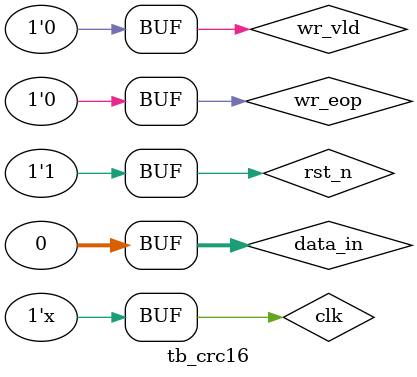
<source format=v>
`timescale 1ns / 1ps

module tb_crc16();

reg           clk;
reg           rst_n;
reg   [31:0]  data_in;
reg           wr_vld;
reg           wr_eop;
wire  [15:0]  crc_out;
wire          crc_finish;

initial
    begin
        clk = 1'b1;
        rst_n <= 1'b0;
        wr_vld <= 1'b0;
        wr_eop <= 1'b0;
        #20
        rst_n <= 1'b1;
        #40
        wr_vld <= 1'b1;
        #160
        wr_eop <= 1'b1;
        wr_vld <= 1'b0;
        #20
        wr_eop <= 1'b0;
    end

always #10 clk = ~clk;

initial 
    begin
    data_in <= 32'b0;
    #60
    data_in <= 32'b00000000001111111111101110011111;
    #20
    data_in <= 32'b01010101010101010101010101010111; 
    #20
    data_in <= 32'b01111111111111100000000000000000;
    #20
    data_in <= 32'b00000000001111111111111010101010;
    #20
    data_in <= 32'b00000011111111110101010001010101; 
    #20
    data_in <= 32'b01010101010000000011111111100000;
    #20
    data_in <= 32'b00000000001111111111101110011111;
    #20
    data_in <= 32'b01111111111111100000000000000000;
    #20
    data_in <= 32'b0;
    end
    
crc16 crc16_inst
(
    .clk       (clk),
    .rst_n     (rst_n),
    .data_in   (data_in), 
    .wr_vld    (wr_vld),
    .wr_eop    (wr_eop),
    .crc_out   (crc_out),
    .crc_finish(crc_finish)
);


endmodule

</source>
